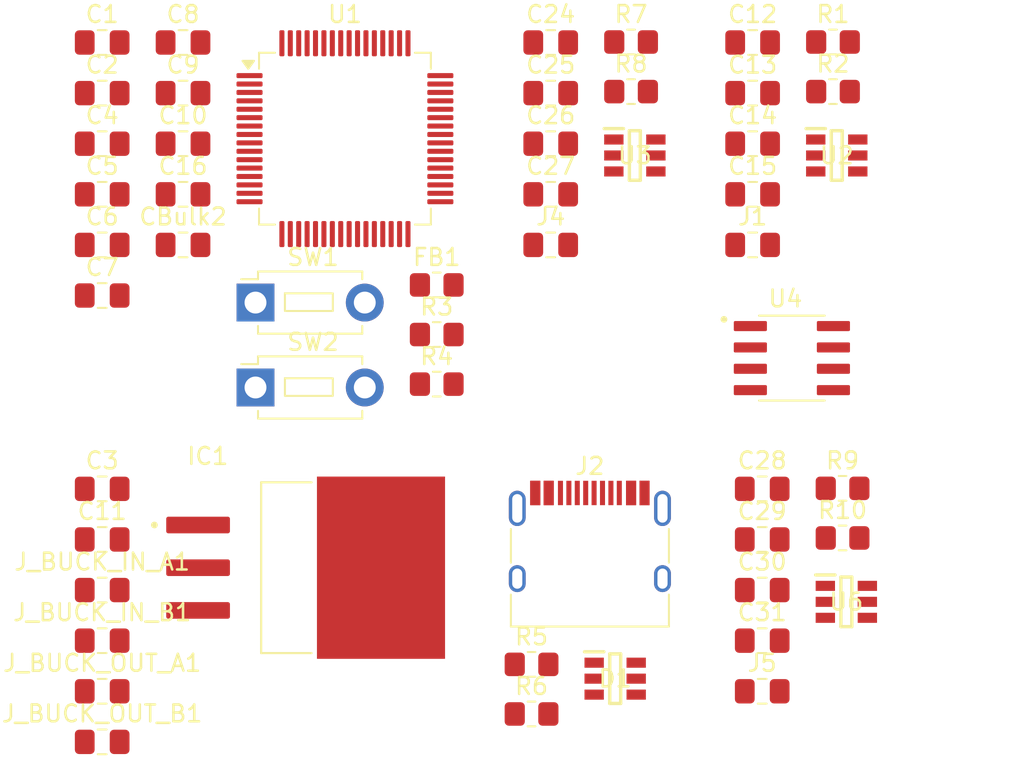
<source format=kicad_pcb>
(kicad_pcb (version 20241229) (generator "pcbnew") (generator_version "9.0")
  (layers (0 "F.Cu" signal) (2 "B.Cu" signal) (13 "F.Paste" user) (15 "B.Paste" user) (5 "F.SilkS" user "F.Silkscreen") (7 "B.SilkS" user "B.Silkscreen") (1 "F.Mask" user) (3 "B.Mask" user) (25 "Edge.Cuts" user))
  (net 0 "")
  (net 1 "+3.3V")
  (net 2 "GND")
  (net 3 "+5V")
  (net 4 "Net-(U1-VCAP_1)")
  (net 5 "Net-(U1-VCAP_2)")
  (net 6 "+3.3VA")
  (net 7 "/Camera_left/<NO NET>")
  (net 8 "/MCU/NRST")
  (net 9 "Net-(C16-Pad2)")
  (net 10 "/Camera_right/<NO NET>")
  (net 11 "/Camera_center/<NO NET>")
  (net 13 "/usb_type_c/D-")
  (net 14 "/usb_type_c/D+")
  (net 17 "/Camera_left/CAM_UART_TX")
  (net 18 "Net-(J2-CC2)")
  (net 19 "Net-(J2-CC1)")
  (net 23 "/Camera_right/CAM_UART_TX")
  (net 25 "/Camera_center/CAM_UART_TX")
  (net 26 "/Power/VBAT")
  (net 28 "/Camera_left/CAM_L_PWN_EN")
  (net 29 "/MCU/BOOT0")
  (net 30 "/Camera_right/CAM_R_PWN_EN")
  (net 31 "/Camera_center/CAM_C_PWN_EN")
  (net 33 "/MCU/CAN_RX_2")
  (net 35 "/MCU/CAM_R_PWN_EN")
  (net 41 "/MCU/CAM_L_PWN_EN")
  (net 44 "/MCU/UART_DEBUG_TX")
  (net 49 "/MCU/UART_DEBUG_RX")
  (net 53 "/MCU/CAM_UART_TX")
  (net 54 "/MCU/CAN_TX_2")
  (net 71 "/MCU/D+")
  (net 76 "/MCU/D-")
  (net 80 "/MCU/VBUS")
  (net 82 "/MCU/CAM_C_PWN_EN")
  (net 86 "+3V3")
  (net 87 "/Can_transceiver/CANL")
  (net 88 "/Can_transceiver/CAN_RX_2")
  (net 89 "/Can_transceiver/CANH")
  (net 90 "/Can_transceiver/CAN_TX_2")
  (footprint "Capacitor_SMD:C_0805_2012Metric_Pad1.18x1.45mm_HandSolder" (layer "F.Cu") (at 161.3925 79.44)
    (property "Reference" "C15" (at 0 -1.68 0) (layer "F.SilkS"))
    (property "Value" ".1u")
    (pad "1" smd roundrect (at -1.0375 0) (size 1.175 1.45) (layers "F.Cu" "F.Mask" "F.Paste") (roundrect_rratio 0.212766) (net 7 "/Camera_left/<NO NET>"))
    (pad "2" smd roundrect (at 1.0375 0) (size 1.175 1.45) (layers "F.Cu" "F.Mask" "F.Paste") (roundrect_rratio 0.212766) (net 2 "GND"))
  )
  (footprint "Capacitor_SMD:C_0805_2012Metric_Pad1.18x1.45mm_HandSolder" (layer "F.Cu") (at 127.5125 73.42)
    (property "Reference" "C9" (at 0 -1.68 0) (layer "F.SilkS"))
    (property "Value" "1u")
    (pad "1" smd roundrect (at -1.0375 0) (size 1.175 1.45) (layers "F.Cu" "F.Mask" "F.Paste") (roundrect_rratio 0.212766) (net 2 "GND"))
    (pad "2" smd roundrect (at 1.0375 0) (size 1.175 1.45) (layers "F.Cu" "F.Mask" "F.Paste") (roundrect_rratio 0.212766) (net 6 "+3.3VA"))
  )
  (footprint "Capacitor_SMD:C_0805_2012Metric_Pad1.18x1.45mm_HandSolder" (layer "F.Cu") (at 127.5125 76.43)
    (property "Reference" "C10" (at 0 -1.68 0) (layer "F.SilkS"))
    (property "Value" "10u")
    (pad "1" smd roundrect (at -1.0375 0) (size 1.175 1.45) (layers "F.Cu" "F.Mask" "F.Paste") (roundrect_rratio 0.212766) (net 2 "GND"))
    (pad "2" smd roundrect (at 1.0375 0) (size 1.175 1.45) (layers "F.Cu" "F.Mask" "F.Paste") (roundrect_rratio 0.212766) (net 6 "+3.3VA"))
  )
  (footprint "Resistor_SMD:R_0805_2012Metric_Pad1.20x1.40mm_HandSolder" (layer "F.Cu") (at 166.1725 70.38)
    (property "Reference" "R1" (at 0 -1.65 0) (layer "F.SilkS"))
    (property "Value" "22k")
    (pad "1" smd roundrect (at -1 0) (size 1.2 1.4) (layers "F.Cu" "F.Mask" "F.Paste") (roundrect_rratio 0.208333) (net 17 "/Camera_left/CAM_UART_TX"))
    (pad "2" smd roundrect (at 1 0) (size 1.2 1.4) (layers "F.Cu" "F.Mask" "F.Paste") (roundrect_rratio 0.208333) (net 2 "GND"))
  )
  (footprint "Resistor_SMD:R_0805_2012Metric_Pad1.20x1.40mm_HandSolder" (layer "F.Cu") (at 154.1625 70.38)
    (property "Reference" "R7" (at 0 -1.65 0) (layer "F.SilkS"))
    (property "Value" "100k")
    (pad "1" smd roundrect (at -1 0) (size 1.2 1.4) (layers "F.Cu" "F.Mask" "F.Paste") (roundrect_rratio 0.208333) (net 30 "/Camera_right/CAM_R_PWN_EN"))
    (pad "2" smd roundrect (at 1 0) (size 1.2 1.4) (layers "F.Cu" "F.Mask" "F.Paste") (roundrect_rratio 0.208333) (net 1 "+3.3V"))
  )
  (footprint "Capacitor_SMD:C_0805_2012Metric_Pad1.18x1.45mm_HandSolder" (layer "F.Cu") (at 122.7025 79.44)
    (property "Reference" "C5" (at 0 -1.68 0) (layer "F.SilkS"))
    (property "Value" "100nf")
    (pad "1" smd roundrect (at -1.0375 0) (size 1.175 1.45) (layers "F.Cu" "F.Mask" "F.Paste") (roundrect_rratio 0.212766) (net 1 "+3.3V"))
    (pad "2" smd roundrect (at 1.0375 0) (size 1.175 1.45) (layers "F.Cu" "F.Mask" "F.Paste") (roundrect_rratio 0.212766) (net 2 "GND"))
  )
  (footprint "Resistor_SMD:R_0805_2012Metric_Pad1.20x1.40mm_HandSolder" (layer "F.Cu") (at 148.2425 107.4)
    (property "Reference" "R5" (at 0 -1.65 0) (layer "F.SilkS"))
    (property "Value" "5.1k")
    (pad "1" smd roundrect (at -1 0) (size 1.2 1.4) (layers "F.Cu" "F.Mask" "F.Paste") (roundrect_rratio 0.208333) (net 19 "Net-(J2-CC1)"))
    (pad "2" smd roundrect (at 1 0) (size 1.2 1.4) (layers "F.Cu" "F.Mask" "F.Paste") (roundrect_rratio 0.208333) (net 2 "GND"))
  )
  (footprint "Capacitor_SMD:C_0805_2012Metric_Pad1.18x1.45mm_HandSolder" (layer "F.Cu") (at 161.3925 70.41)
    (property "Reference" "C12" (at 0 -1.68 0) (layer "F.SilkS"))
    (property "Value" "1u")
    (pad "1" smd roundrect (at -1.0375 0) (size 1.175 1.45) (layers "F.Cu" "F.Mask" "F.Paste") (roundrect_rratio 0.212766) (net 3 "+5V"))
    (pad "2" smd roundrect (at 1.0375 0) (size 1.175 1.45) (layers "F.Cu" "F.Mask" "F.Paste") (roundrect_rratio 0.212766) (net 2 "GND"))
  )
  (footprint "myFootprints:SOT95P280X145-6N" (layer "F.Cu") (at 154.3875 77.13)
    (property "Reference" "U3" (at 0 0 0) (layer "F.SilkS"))
    (property "Value" "TPS22917DBVR")
    (pad "1" smd rect (at -1.25 -0.95) (size 1.15 0.6) (layers "F.Cu" "F.Mask" "F.Paste") (net 3 "+5V"))
    (pad "2" smd rect (at -1.25 0) (size 1.15 0.6) (layers "F.Cu" "F.Mask" "F.Paste") (net 2 "GND"))
    (pad "3" smd rect (at -1.25 0.95) (size 1.15 0.6) (layers "F.Cu" "F.Mask" "F.Paste") (net 30 "/Camera_right/CAM_R_PWN_EN"))
    (pad "4" smd rect (at 1.25 0.95) (size 1.15 0.6) (layers "F.Cu" "F.Mask" "F.Paste"))
    (pad "5" smd rect (at 1.25 0) (size 1.15 0.6) (layers "F.Cu" "F.Mask" "F.Paste") (net 10 "/Camera_right/<NO NET>"))
    (pad "6" smd rect (at 1.25 -0.95) (size 1.15 0.6) (layers "F.Cu" "F.Mask" "F.Paste") (net 10 "/Camera_right/<NO NET>"))
  )
  (footprint "Capacitor_SMD:C_0805_2012Metric_Pad1.18x1.45mm_HandSolder" (layer "F.Cu") (at 122.7025 112.01)
    (property "Reference" "J_BUCK_OUT_B1" (at 0 -1.68 0) (layer "F.SilkS"))
    (property "Value" "~")
    (pad "1" smd roundrect (at -1.0375 0) (size 1.175 1.45) (layers "F.Cu" "F.Mask" "F.Paste") (roundrect_rratio 0.212766) (net 3 "+5V"))
    (pad "2" smd roundrect (at 1.0375 0) (size 1.175 1.45) (layers "F.Cu" "F.Mask" "F.Paste") (roundrect_rratio 0.212766))
  )
  (footprint "Capacitor_SMD:C_0805_2012Metric_Pad1.18x1.45mm_HandSolder" (layer "F.Cu") (at 127.5125 82.45)
    (property "Reference" "CBulk2" (at 0 -1.68 0) (layer "F.SilkS"))
    (property "Value" "4.7u")
    (pad "1" smd roundrect (at -1.0375 0) (size 1.175 1.45) (layers "F.Cu" "F.Mask" "F.Paste") (roundrect_rratio 0.212766) (net 1 "+3.3V"))
    (pad "2" smd roundrect (at 1.0375 0) (size 1.175 1.45) (layers "F.Cu" "F.Mask" "F.Paste") (roundrect_rratio 0.212766) (net 2 "GND"))
  )
  (footprint "Capacitor_SMD:C_0805_2012Metric_Pad1.18x1.45mm_HandSolder" (layer "F.Cu") (at 122.7025 109)
    (property "Reference" "J_BUCK_OUT_A1" (at 0 -1.68 0) (layer "F.SilkS"))
    (property "Value" "~")
    (pad "1" smd roundrect (at -1.0375 0) (size 1.175 1.45) (layers "F.Cu" "F.Mask" "F.Paste") (roundrect_rratio 0.212766) (net 3 "+5V"))
    (pad "2" smd roundrect (at 1.0375 0) (size 1.175 1.45) (layers "F.Cu" "F.Mask" "F.Paste") (roundrect_rratio 0.212766) (net 2 "GND"))
  )
  (footprint "Capacitor_SMD:C_0805_2012Metric_Pad1.18x1.45mm_HandSolder" (layer "F.Cu") (at 161.9625 109)
    (property "Reference" "J5" (at 0 -1.68 0) (layer "F.SilkS"))
    (property "Value" "Runcam Split 4 v2")
    (pad "1" smd roundrect (at -1.0375 0) (size 1.175 1.45) (layers "F.Cu" "F.Mask" "F.Paste") (roundrect_rratio 0.212766) (net 25 "/Camera_center/CAM_UART_TX"))
    (pad "2" smd roundrect (at 1.0375 0) (size 1.175 1.45) (layers "F.Cu" "F.Mask" "F.Paste") (roundrect_rratio 0.212766))
  )
  (footprint "Capacitor_SMD:C_0805_2012Metric_Pad1.18x1.45mm_HandSolder" (layer "F.Cu") (at 122.7025 99.97)
    (property "Reference" "C11" (at 0 -1.68 0) (layer "F.SilkS"))
    (property "Value" "33u")
    (pad "1" smd roundrect (at -1.0375 0) (size 1.175 1.45) (layers "F.Cu" "F.Mask" "F.Paste") (roundrect_rratio 0.212766) (net 1 "+3.3V"))
    (pad "2" smd roundrect (at 1.0375 0) (size 1.175 1.45) (layers "F.Cu" "F.Mask" "F.Paste") (roundrect_rratio 0.212766) (net 2 "GND"))
  )
  (footprint "Capacitor_SMD:C_0805_2012Metric_Pad1.18x1.45mm_HandSolder" (layer "F.Cu") (at 149.3825 79.44)
    (property "Reference" "C27" (at 0 -1.68 0) (layer "F.SilkS"))
    (property "Value" ".1u")
    (pad "1" smd roundrect (at -1.0375 0) (size 1.175 1.45) (layers "F.Cu" "F.Mask" "F.Paste") (roundrect_rratio 0.212766) (net 10 "/Camera_right/<NO NET>"))
    (pad "2" smd roundrect (at 1.0375 0) (size 1.175 1.45) (layers "F.Cu" "F.Mask" "F.Paste") (roundrect_rratio 0.212766) (net 2 "GND"))
  )
  (footprint "Connector_USB:USB_C_Receptacle_HRO_TYPE-C-31-M-12" (layer "F.Cu") (at 151.7125 101.25)
    (property "Reference" "J2" (at 0 -5.645 0) (layer "F.SilkS"))
    (property "Value" "USB_C_Receptacle")
    (pad "" np_thru_hole circle (at -2.89 -2.6) (size 0.65 0.65) (drill 0.65) (layers "*.Cu" "*.Mask"))
    (pad "" np_thru_hole circle (at 2.89 -2.6) (size 0.65 0.65) (drill 0.65) (layers "*.Cu" "*.Mask"))
    (pad "A1" smd rect (at -3.25 -4.045) (size 0.6 1.45) (layers "F.Cu" "F.Mask" "F.Paste") (net 2 "GND"))
    (pad "A4" smd rect (at -2.45 -4.045) (size 0.6 1.45) (layers "F.Cu" "F.Mask" "F.Paste") (net 3 "+5V"))
    (pad "A5" smd rect (at -1.25 -4.045) (size 0.3 1.45) (layers "F.Cu" "F.Mask" "F.Paste") (net 19 "Net-(J2-CC1)"))
    (pad "A6" smd rect (at -0.25 -4.045) (size 0.3 1.45) (layers "F.Cu" "F.Mask" "F.Paste") (net 14 "/usb_type_c/D+"))
    (pad "A7" smd rect (at 0.25 -4.045) (size 0.3 1.45) (layers "F.Cu" "F.Mask" "F.Paste") (net 13 "/usb_type_c/D-"))
    (pad "A8" smd rect (at 1.25 -4.045) (size 0.3 1.45) (layers "F.Cu" "F.Mask" "F.Paste"))
    (pad "A9" smd rect (at 2.45 -4.045) (size 0.6 1.45) (layers "F.Cu" "F.Mask" "F.Paste") (net 3 "+5V"))
    (pad "A12" smd rect (at 3.25 -4.045) (size 0.6 1.45) (layers "F.Cu" "F.Mask" "F.Paste") (net 2 "GND"))
    (pad "B1" smd rect (at 3.25 -4.045) (size 0.6 1.45) (layers "F.Cu" "F.Mask" "F.Paste") (net 2 "GND"))
    (pad "B4" smd rect (at 2.45 -4.045) (size 0.6 1.45) (layers "F.Cu" "F.Mask" "F.Paste") (net 3 "+5V"))
    (pad "B5" smd rect (at 1.75 -4.045) (size 0.3 1.45) (layers "F.Cu" "F.Mask" "F.Paste") (net 18 "Net-(J2-CC2)"))
    (pad "B6" smd rect (at 0.75 -4.045) (size 0.3 1.45) (layers "F.Cu" "F.Mask" "F.Paste") (net 14 "/usb_type_c/D+"))
    (pad "B7" smd rect (at -0.75 -4.045) (size 0.3 1.45) (layers "F.Cu" "F.Mask" "F.Paste") (net 13 "/usb_type_c/D-"))
    (pad "B8" smd rect (at -1.75 -4.045) (size 0.3 1.45) (layers "F.Cu" "F.Mask" "F.Paste"))
    (pad "B9" smd rect (at -2.45 -4.045) (size 0.6 1.45) (layers "F.Cu" "F.Mask" "F.Paste") (net 3 "+5V"))
    (pad "B12" smd rect (at -3.25 -4.045) (size 0.6 1.45) (layers "F.Cu" "F.Mask" "F.Paste") (net 2 "GND"))
    (pad "S1" thru_hole oval (at -4.32 -3.13) (size 1 2.1) (drill oval 0.6 1.7) (property pad_prop_heatsink) (layers "*.Cu" "*.Mask") (net 2 "GND"))
    (pad "S1" thru_hole oval (at -4.32 1.05) (size 1 1.6) (drill oval 0.6 1.2) (property pad_prop_heatsink) (layers "*.Cu" "*.Mask") (net 2 "GND"))
    (pad "S1" thru_hole oval (at 4.32 -3.13) (size 1 2.1) (drill oval 0.6 1.7) (property pad_prop_heatsink) (layers "*.Cu" "*.Mask") (net 2 "GND"))
    (pad "S1" thru_hole oval (at 4.32 1.05) (size 1 1.6) (drill oval 0.6 1.2) (property pad_prop_heatsink) (layers "*.Cu" "*.Mask") (net 2 "GND"))
  )
  (footprint "Capacitor_SMD:C_0805_2012Metric_Pad1.18x1.45mm_HandSolder" (layer "F.Cu") (at 149.3825 76.43)
    (property "Reference" "C26" (at 0 -1.68 0) (layer "F.SilkS"))
    (property "Value" "47u")
    (pad "1" smd roundrect (at -1.0375 0) (size 1.175 1.45) (layers "F.Cu" "F.Mask" "F.Paste") (roundrect_rratio 0.212766) (net 10 "/Camera_right/<NO NET>"))
    (pad "2" smd roundrect (at 1.0375 0) (size 1.175 1.45) (layers "F.Cu" "F.Mask" "F.Paste") (roundrect_rratio 0.212766) (net 2 "GND"))
  )
  (footprint "Resistor_SMD:R_0805_2012Metric_Pad1.20x1.40mm_HandSolder" (layer "F.Cu") (at 142.6025 84.83)
    (property "Reference" "FB1" (at 0 -1.65 0) (layer "F.SilkS"))
    (property "Value" "FerriteBead")
    (pad "1" smd roundrect (at -1 0) (size 1.2 1.4) (layers "F.Cu" "F.Mask" "F.Paste") (roundrect_rratio 0.208333) (net 1 "+3.3V"))
    (pad "2" smd roundrect (at 1 0) (size 1.2 1.4) (layers "F.Cu" "F.Mask" "F.Paste") (roundrect_rratio 0.208333) (net 6 "+3.3VA"))
  )
  (footprint "Capacitor_SMD:C_0805_2012Metric_Pad1.18x1.45mm_HandSolder" (layer "F.Cu") (at 161.9625 102.98)
    (property "Reference" "C30" (at 0 -1.68 0) (layer "F.SilkS"))
    (property "Value" "47u")
    (pad "1" smd roundrect (at -1.0375 0) (size 1.175 1.45) (layers "F.Cu" "F.Mask" "F.Paste") (roundrect_rratio 0.212766) (net 11 "/Camera_center/<NO NET>"))
    (pad "2" smd roundrect (at 1.0375 0) (size 1.175 1.45) (layers "F.Cu" "F.Mask" "F.Paste") (roundrect_rratio 0.212766) (net 2 "GND"))
  )
  (footprint "Capacitor_SMD:C_0805_2012Metric_Pad1.18x1.45mm_HandSolder" (layer "F.Cu") (at 161.3925 82.45)
    (property "Reference" "J1" (at 0 -1.68 0) (layer "F.SilkS"))
    (property "Value" "Runcam Split 4 v2")
    (pad "1" smd roundrect (at -1.0375 0) (size 1.175 1.45) (layers "F.Cu" "F.Mask" "F.Paste") (roundrect_rratio 0.212766) (net 17 "/Camera_left/CAM_UART_TX"))
    (pad "2" smd roundrect (at 1.0375 0) (size 1.175 1.45) (layers "F.Cu" "F.Mask" "F.Paste") (roundrect_rratio 0.212766))
  )
  (footprint "Resistor_SMD:R_0805_2012Metric_Pad1.20x1.40mm_HandSolder" (layer "F.Cu") (at 154.1625 73.33)
    (property "Reference" "R8" (at 0 -1.65 0) (layer "F.SilkS"))
    (property "Value" "1k")
    (pad "1" smd roundrect (at -1 0) (size 1.2 1.4) (layers "F.Cu" "F.Mask" "F.Paste") (roundrect_rratio 0.208333) (net 23 "/Camera_right/CAM_UART_TX"))
    (pad "2" smd roundrect (at 1 0) (size 1.2 1.4) (layers "F.Cu" "F.Mask" "F.Paste") (roundrect_rratio 0.208333) (net 2 "GND"))
  )
  (footprint "Capacitor_SMD:C_0805_2012Metric_Pad1.18x1.45mm_HandSolder" (layer "F.Cu") (at 127.5125 70.41)
    (property "Reference" "C8" (at 0 -1.68 0) (layer "F.SilkS"))
    (property "Value" "2.2u")
    (pad "1" smd roundrect (at -1.0375 0) (size 1.175 1.45) (layers "F.Cu" "F.Mask" "F.Paste") (roundrect_rratio 0.212766) (net 5 "Net-(U1-VCAP_2)"))
    (pad "2" smd roundrect (at 1.0375 0) (size 1.175 1.45) (layers "F.Cu" "F.Mask" "F.Paste") (roundrect_rratio 0.212766) (net 2 "GND"))
  )
  (footprint "myFootprints:SOT95P280X145-6N" (layer "F.Cu") (at 166.9675 103.68)
    (property "Reference" "U6" (at 0 0 0) (layer "F.SilkS"))
    (property "Value" "TPS22917DBVR")
    (pad "1" smd rect (at -1.25 -0.95) (size 1.15 0.6) (layers "F.Cu" "F.Mask" "F.Paste") (net 3 "+5V"))
    (pad "2" smd rect (at -1.25 0) (size 1.15 0.6) (layers "F.Cu" "F.Mask" "F.Paste") (net 2 "GND"))
    (pad "3" smd rect (at -1.25 0.95) (size 1.15 0.6) (layers "F.Cu" "F.Mask" "F.Paste") (net 31 "/Camera_center/CAM_C_PWN_EN"))
    (pad "4" smd rect (at 1.25 0.95) (size 1.15 0.6) (layers "F.Cu" "F.Mask" "F.Paste"))
    (pad "5" smd rect (at 1.25 0) (size 1.15 0.6) (layers "F.Cu" "F.Mask" "F.Paste") (net 11 "/Camera_center/<NO NET>"))
    (pad "6" smd rect (at 1.25 -0.95) (size 1.15 0.6) (layers "F.Cu" "F.Mask" "F.Paste") (net 11 "/Camera_center/<NO NET>"))
  )
  (footprint "Capacitor_SMD:C_0805_2012Metric_Pad1.18x1.45mm_HandSolder" (layer "F.Cu") (at 122.7025 73.42)
    (property "Reference" "C2" (at 0 -1.68 0) (layer "F.SilkS"))
    (property "Value" "100nf")
    (pad "1" smd roundrect (at -1.0375 0) (size 1.175 1.45) (layers "F.Cu" "F.Mask" "F.Paste") (roundrect_rratio 0.212766) (net 1 "+3.3V"))
    (pad "2" smd roundrect (at 1.0375 0) (size 1.175 1.45) (layers "F.Cu" "F.Mask" "F.Paste") (roundrect_rratio 0.212766) (net 2 "GND"))
  )
  (footprint "myFootprints:TO254P1524X483-4N" (layer "F.Cu") (at 134.8075 101.65)
    (property "Reference" "IC1" (at -5.825 -6.635 0) (layer "F.SilkS"))
    (property "Value" "LM3940IS-3.3_NOPB")
    (pad "1" smd roundrect (at -6.4 -2.54) (size 3.79 0.99) (layers "F.Cu" "F.Mask" "F.Paste") (roundrect_rratio 0.125) (net 3 "+5V"))
    (pad "2" smd roundrect (at -6.4 0) (size 3.79 0.99) (layers "F.Cu" "F.Mask" "F.Paste") (roundrect_rratio 0.125) (net 2 "GND"))
    (pad "3" smd roundrect (at -6.4 2.54) (size 3.79 0.99) (layers "F.Cu" "F.Mask" "F.Paste") (roundrect_rratio 0.125) (net 1 "+3.3V"))
    (pad "4" smd rect (at 4.48 0) (size 7.62 10.84) (layers "F.Cu" "F.Mask"))
  )
  (footprint "Capacitor_SMD:C_0805_2012Metric_Pad1.18x1.45mm_HandSolder" (layer "F.Cu") (at 149.3825 73.42)
    (property "Reference" "C25" (at 0 -1.68 0) (layer "F.SilkS"))
    (property "Value" "1u")
    (pad "1" smd roundrect (at -1.0375 0) (size 1.175 1.45) (layers "F.Cu" "F.Mask" "F.Paste") (roundrect_rratio 0.212766) (net 10 "/Camera_right/<NO NET>"))
    (pad "2" smd roundrect (at 1.0375 0) (size 1.175 1.45) (layers "F.Cu" "F.Mask" "F.Paste") (roundrect_rratio 0.212766) (net 2 "GND"))
  )
  (footprint "Capacitor_SMD:C_0805_2012Metric_Pad1.18x1.45mm_HandSolder" (layer "F.Cu") (at 161.3925 73.42)
    (property "Reference" "C13" (at 0 -1.68 0) (layer "F.SilkS"))
    (property "Value" "47u")
    (pad "1" smd roundrect (at -1.0375 0) (size 1.175 1.45) (layers "F.Cu" "F.Mask" "F.Paste") (roundrect_rratio 0.212766) (net 7 "/Camera_left/<NO NET>"))
    (pad "2" smd roundrect (at 1.0375 0) (size 1.175 1.45) (layers "F.Cu" "F.Mask" "F.Paste") (roundrect_rratio 0.212766) (net 2 "GND"))
  )
  (footprint "Capacitor_SMD:C_0805_2012Metric_Pad1.18x1.45mm_HandSolder" (layer "F.Cu") (at 122.7025 105.99)
    (property "Reference" "J_BUCK_IN_B1" (at 0 -1.68 0) (layer "F.SilkS"))
    (property "Value" "~")
    (pad "1" smd roundrect (at -1.0375 0) (size 1.175 1.45) (layers "F.Cu" "F.Mask" "F.Paste") (roundrect_rratio 0.212766) (net 26 "/Power/VBAT"))
    (pad "2" smd roundrect (at 1.0375 0) (size 1.175 1.45) (layers "F.Cu" "F.Mask" "F.Paste") (roundrect_rratio 0.212766) (net 2 "GND"))
  )
  (footprint "Capacitor_SMD:C_0805_2012Metric_Pad1.18x1.45mm_HandSolder" (layer "F.Cu") (at 122.7025 102.98)
    (property "Reference" "J_BUCK_IN_A1" (at 0 -1.68 0) (layer "F.SilkS"))
    (property "Value" "~")
    (pad "1" smd roundrect (at -1.0375 0) (size 1.175 1.45) (layers "F.Cu" "F.Mask" "F.Paste") (roundrect_rratio 0.212766) (net 26 "/Power/VBAT"))
    (pad "2" smd roundrect (at 1.0375 0) (size 1.175 1.45) (layers "F.Cu" "F.Mask" "F.Paste") (roundrect_rratio 0.212766) (net 2 "GND"))
  )
  (footprint "Resistor_SMD:R_0805_2012Metric_Pad1.20x1.40mm_HandSolder" (layer "F.Cu") (at 142.6025 87.78)
    (property "Reference" "R3" (at 0 -1.65 0) (layer "F.SilkS"))
    (property "Value" "100k")
    (pad "1" smd roundrect (at -1 0) (size 1.2 1.4) (layers "F.Cu" "F.Mask" "F.Paste") (roundrect_rratio 0.208333) (net 2 "GND"))
    (pad "2" smd roundrect (at 1 0) (size 1.2 1.4) (layers "F.Cu" "F.Mask" "F.Paste") (roundrect_rratio 0.208333) (net 29 "/MCU/BOOT0"))
  )
  (footprint "Capacitor_SMD:C_0805_2012Metric_Pad1.18x1.45mm_HandSolder" (layer "F.Cu") (at 122.7025 96.96)
    (property "Reference" "C3" (at 0 -1.68 0) (layer "F.SilkS"))
    (property "Value" ".47u")
    (pad "1" smd roundrect (at -1.0375 0) (size 1.175 1.45) (layers "F.Cu" "F.Mask" "F.Paste") (roundrect_rratio 0.212766) (net 3 "+5V"))
    (pad "2" smd roundrect (at 1.0375 0) (size 1.175 1.45) (layers "F.Cu" "F.Mask" "F.Paste") (roundrect_rratio 0.212766) (net 2 "GND"))
  )
  (footprint "myFootprints:SOT95P280X145-6N" (layer "F.Cu") (at 153.2175 108.25)
    (property "Reference" "D1" (at 0 0 0) (layer "F.SilkS"))
    (property "Value" "SRV05-4.TCT")
    (pad "1" smd rect (at -1.25 -0.95) (size 1.15 0.6) (layers "F.Cu" "F.Mask" "F.Paste") (net 14 "/usb_type_c/D+"))
    (pad "2" smd rect (at -1.25 0) (size 1.15 0.6) (layers "F.Cu" "F.Mask" "F.Paste") (net 2 "GND"))
    (pad "3" smd rect (at -1.25 0.95) (size 1.15 0.6) (layers "F.Cu" "F.Mask" "F.Paste") (net 13 "/usb_type_c/D-"))
    (pad "4" smd rect (at 1.25 0.95) (size 1.15 0.6) (layers "F.Cu" "F.Mask" "F.Paste"))
    (pad "5" smd rect (at 1.25 0) (size 1.15 0.6) (layers "F.Cu" "F.Mask" "F.Paste") (net 3 "+5V"))
    (pad "6" smd rect (at 1.25 -0.95) (size 1.15 0.6) (layers "F.Cu" "F.Mask" "F.Paste"))
  )
  (footprint "myFootprints:SOIC127P599X175-8N" (layer "F.Cu") (at 163.7275 89.1825)
    (property "Reference" "U4" (at -0.385 -3.537 0) (layer "F.SilkS"))
    (property "Value" "SN65HVD230DR")
    (pad "1" smd roundrect (at -2.47 -1.905) (size 1.97 0.6) (layers "F.Cu" "F.Mask" "F.Paste") (roundrect_rratio 0.125) (net 90 "/Can_transceiver/CAN_TX_2"))
    (pad "2" smd roundrect (at -2.47 -0.635) (size 1.97 0.6) (layers "F.Cu" "F.Mask" "F.Paste") (roundrect_rratio 0.125) (net 2 "GND"))
    (pad "3" smd roundrect (at -2.47 0.635) (size 1.97 0.6) (layers "F.Cu" "F.Mask" "F.Paste") (roundrect_rratio 0.125) (net 86 "+3V3"))
    (pad "4" smd roundrect (at -2.47 1.905) (size 1.97 0.6) (layers "F.Cu" "F.Mask" "F.Paste") (roundrect_rratio 0.125) (net 88 "/Can_transceiver/CAN_RX_2"))
    (pad "5" smd roundrect (at 2.47 1.905) (size 1.97 0.6) (layers "F.Cu" "F.Mask" "F.Paste") (roundrect_rratio 0.125))
    (pad "6" smd roundrect (at 2.47 0.635) (size 1.97 0.6) (layers "F.Cu" "F.Mask" "F.Paste") (roundrect_rratio 0.125) (net 87 "/Can_transceiver/CANL"))
    (pad "7" smd roundrect (at 2.47 -0.635) (size 1.97 0.6) (layers "F.Cu" "F.Mask" "F.Paste") (roundrect_rratio 0.125) (net 89 "/Can_transceiver/CANH"))
    (pad "8" smd roundrect (at 2.47 -1.905) (size 1.97 0.6) (layers "F.Cu" "F.Mask" "F.Paste") (roundrect_rratio 0.125) (net 2 "GND"))
  )
  (footprint "Capacitor_SMD:C_0805_2012Metric_Pad1.18x1.45mm_HandSolder" (layer "F.Cu") (at 127.5125 79.44)
    (property "Reference" "C16" (at 0 -1.68 0) (layer "F.SilkS"))
    (property "Value" "100nf")
    (pad "1" smd roundrect (at -1.0375 0) (size 1.175 1.45) (layers "F.Cu" "F.Mask" "F.Paste") (roundrect_rratio 0.212766) (net 8 "/MCU/NRST"))
    (pad "2" smd roundrect (at 1.0375 0) (size 1.175 1.45) (layers "F.Cu" "F.Mask" "F.Paste") (roundrect_rratio 0.212766) (net 9 "Net-(C16-Pad2)"))
  )
  (footprint "Capacitor_SMD:C_0805_2012Metric_Pad1.18x1.45mm_HandSolder" (layer "F.Cu") (at 122.7025 82.45)
    (property "Reference" "C6" (at 0 -1.68 0) (layer "F.SilkS"))
    (property "Value" "100nf")
    (pad "1" smd roundrect (at -1.0375 0) (size 1.175 1.45) (layers "F.Cu" "F.Mask" "F.Paste") (roundrect_rratio 0.212766) (net 1 "+3.3V"))
    (pad "2" smd roundrect (at 1.0375 0) (size 1.175 1.45) (layers "F.Cu" "F.Mask" "F.Paste") (roundrect_rratio 0.212766) (net 2 "GND"))
  )
  (footprint "Capacitor_SMD:C_0805_2012Metric_Pad1.18x1.45mm_HandSolder" (layer "F.Cu") (at 149.3825 70.41)
    (property "Reference" "C24" (at 0 -1.68 0) (layer "F.SilkS"))
    (property "Value" "1u")
    (pad "1" smd roundrect (at -1.0375 0) (size 1.175 1.45) (layers "F.Cu" "F.Mask" "F.Paste") (roundrect_rratio 0.212766) (net 3 "+5V"))
    (pad "2" smd roundrect (at 1.0375 0) (size 1.175 1.45) (layers "F.Cu" "F.Mask" "F.Paste") (roundrect_rratio 0.212766) (net 2 "GND"))
  )
  (footprint "Capacitor_SMD:C_0805_2012Metric_Pad1.18x1.45mm_HandSolder" (layer "F.Cu") (at 161.9625 96.96)
    (property "Reference" "C28" (at 0 -1.68 0) (layer "F.SilkS"))
    (property "Value" "1u")
    (pad "1" smd roundrect (at -1.0375 0) (size 1.175 1.45) (layers "F.Cu" "F.Mask" "F.Paste") (roundrect_rratio 0.212766) (net 3 "+5V"))
    (pad "2" smd roundrect (at 1.0375 0) (size 1.175 1.45) (layers "F.Cu" "F.Mask" "F.Paste") (roundrect_rratio 0.212766) (net 2 "GND"))
  )
  (footprint "Capacitor_SMD:C_0805_2012Metric_Pad1.18x1.45mm_HandSolder" (layer "F.Cu") (at 161.3925 76.43)
    (property "Reference" "C14" (at 0 -1.68 0) (layer "F.SilkS"))
    (property "Value" "1u")
    (pad "1" smd roundrect (at -1.0375 0) (size 1.175 1.45) (layers "F.Cu" "F.Mask" "F.Paste") (roundrect_rratio 0.212766) (net 7 "/Camera_left/<NO NET>"))
    (pad "2" smd roundrect (at 1.0375 0) (size 1.175 1.45) (layers "F.Cu" "F.Mask" "F.Paste") (roundrect_rratio 0.212766) (net 2 "GND"))
  )
  (footprint "Capacitor_SMD:C_0805_2012Metric_Pad1.18x1.45mm_HandSolder" (layer "F.Cu") (at 122.7025 85.46)
    (property "Reference" "C7" (at 0 -1.68 0) (layer "F.SilkS"))
    (property "Value" "2.2u")
    (pad "1" smd roundrect (at -1.0375 0) (size 1.175 1.45) (layers "F.Cu" "F.Mask" "F.Paste") (roundrect_rratio 0.212766) (net 4 "Net-(U1-VCAP_1)"))
    (pad "2" smd roundrect (at 1.0375 0) (size 1.175 1.45) (layers "F.Cu" "F.Mask" "F.Paste") (roundrect_rratio 0.212766) (net 2 "GND"))
  )
  (footprint "Resistor_SMD:R_0805_2012Metric_Pad1.20x1.40mm_HandSolder" (layer "F.Cu") (at 166.7425 96.93)
    (property "Reference" "R9" (at 0 -1.65 0) (layer "F.SilkS"))
    (property "Value" "100k")
    (pad "1" smd roundrect (at -1 0) (size 1.2 1.4) (layers "F.Cu" "F.Mask" "F.Paste") (roundrect_rratio 0.208333) (net 31 "/Camera_center/CAM_C_PWN_EN"))
    (pad "2" smd roundrect (at 1 0) (size 1.2 1.4) (layers "F.Cu" "F.Mask" "F.Paste") (roundrect_rratio 0.208333) (net 1 "+3.3V"))
  )
  (footprint "Resistor_SMD:R_0805_2012Metric_Pad1.20x1.40mm_HandSolder" (layer "F.Cu") (at 142.6025 90.73)
    (property "Reference" "R4" (at 0 -1.65 0) (layer "F.SilkS"))
    (property "Value" "10k")
    (pad "1" smd roundrect (at -1 0) (size 1.2 1.4) (layers "F.Cu" "F.Mask" "F.Paste") (roundrect_rratio 0.208333) (net 1 "+3.3V"))
    (pad "2" smd roundrect (at 1 0) (size 1.2 1.4) (layers "F.Cu" "F.Mask" "F.Paste") (roundrect_rratio 0.208333) (net 8 "/MCU/NRST"))
  )
  (footprint "Capacitor_SMD:C_0805_2012Metric_Pad1.18x1.45mm_HandSolder" (layer "F.Cu") (at 149.3825 82.45)
    (property "Reference" "J4" (at 0 -1.68 0) (layer "F.SilkS"))
    (property "Value" "Runcam Split 4 v2")
    (pad "1" smd roundrect (at -1.0375 0) (size 1.175 1.45) (layers "F.Cu" "F.Mask" "F.Paste") (roundrect_rratio 0.212766) (net 23 "/Camera_right/CAM_UART_TX"))
    (pad "2" smd roundrect (at 1.0375 0) (size 1.175 1.45) (layers "F.Cu" "F.Mask" "F.Paste") (roundrect_rratio 0.212766))
  )
  (footprint "Resistor_SMD:R_0805_2012Metric_Pad1.20x1.40mm_HandSolder" (layer "F.Cu") (at 166.1725 73.33)
    (property "Reference" "R2" (at 0 -1.65 0) (layer "F.SilkS"))
    (property "Value" "100k")
    (pad "1" smd roundrect (at -1 0) (size 1.2 1.4) (layers "F.Cu" "F.Mask" "F.Paste") (roundrect_rratio 0.208333) (net 28 "/Camera_left/CAM_L_PWN_EN"))
    (pad "2" smd roundrect (at 1 0) (size 1.2 1.4) (layers "F.Cu" "F.Mask" "F.Paste") (roundrect_rratio 0.208333) (net 1 "+3.3V"))
  )
  (footprint "Capacitor_SMD:C_0805_2012Metric_Pad1.18x1.45mm_HandSolder" (layer "F.Cu") (at 161.9625 105.99)
    (property "Reference" "C31" (at 0 -1.68 0) (layer "F.SilkS"))
    (property "Value" ".1u")
    (pad "1" smd roundrect (at -1.0375 0) (size 1.175 1.45) (layers "F.Cu" "F.Mask" "F.Paste") (roundrect_rratio 0.212766) (net 11 "/Camera_center/<NO NET>"))
    (pad "2" smd roundrect (at 1.0375 0) (size 1.175 1.45) (layers "F.Cu" "F.Mask" "F.Paste") (roundrect_rratio 0.212766) (net 2 "GND"))
  )
  (footprint "Capacitor_SMD:C_0805_2012Metric_Pad1.18x1.45mm_HandSolder" (layer "F.Cu") (at 122.7025 76.43)
    (property "Reference" "C4" (at 0 -1.68 0) (layer "F.SilkS"))
    (property "Value" "100nf")
    (pad "1" smd roundrect (at -1.0375 0) (size 1.175 1.45) (layers "F.Cu" "F.Mask" "F.Paste") (roundrect_rratio 0.212766) (net 1 "+3.3V"))
    (pad "2" smd roundrect (at 1.0375 0) (size 1.175 1.45) (layers "F.Cu" "F.Mask" "F.Paste") (roundrect_rratio 0.212766) (net 2 "GND"))
  )
  (footprint "Package_QFP:LQFP-64_10x10mm_P0.5mm" (layer "F.Cu") (at 137.1425 76.13)
    (property "Reference" "U1" (at 0 -7.4 0) (layer "F.SilkS"))
    (property "Value" "STM32F405RGTx")
    (pad "1" smd roundrect (at -5.675 -3.75) (size 1.55 0.3) (layers "F.Cu" "F.Mask" "F.Paste") (net 1 "+3.3V"))
    (pad "2" smd roundrect (at -5.675 -3.25) (size 1.55 0.3) (layers "F.Cu" "F.Mask" "F.Paste"))
    (pad "3" smd roundrect (at -5.675 -2.75) (size 1.55 0.3) (layers "F.Cu" "F.Mask" "F.Paste"))
    (pad "4" smd roundrect (at -5.675 -2.25) (size 1.55 0.3) (layers "F.Cu" "F.Mask" "F.Paste"))
    (pad "5" smd roundrect (at -5.675 -1.75) (size 1.55 0.3) (layers "F.Cu" "F.Mask" "F.Paste"))
    (pad "6" smd roundrect (at -5.675 -1.25) (size 1.55 0.3) (layers "F.Cu" "F.Mask" "F.Paste"))
    (pad "7" smd roundrect (at -5.675 -0.75) (size 1.55 0.3) (layers "F.Cu" "F.Mask" "F.Paste") (net 8 "/MCU/NRST"))
    (pad "8" smd roundrect (at -5.675 -0.25) (size 1.55 0.3) (layers "F.Cu" "F.Mask" "F.Paste") (net 41 "/MCU/CAM_L_PWN_EN"))
    (pad "9" smd roundrect (at -5.675 0.25) (size 1.55 0.3) (layers "F.Cu" "F.Mask" "F.Paste") (net 35 "/MCU/CAM_R_PWN_EN"))
    (pad "10" smd roundrect (at -5.675 0.75) (size 1.55 0.3) (layers "F.Cu" "F.Mask" "F.Paste") (net 82 "/MCU/CAM_C_PWN_EN"))
    (pad "11" smd roundrect (at -5.675 1.25) (size 1.55 0.3) (layers "F.Cu" "F.Mask" "F.Paste"))
    (pad "12" smd roundrect (at -5.675 1.75) (size 1.55 0.3) (layers "F.Cu" "F.Mask" "F.Paste") (net 2 "GND"))
    (pad "13" smd roundrect (at -5.675 2.25) (size 1.55 0.3) (layers "F.Cu" "F.Mask" "F.Paste") (net 1 "+3.3V"))
    (pad "14" smd roundrect (at -5.675 2.75) (size 1.55 0.3) (layers "F.Cu" "F.Mask" "F.Paste") (net 53 "/MCU/CAM_UART_TX"))
    (pad "15" smd roundrect (at -5.675 3.25) (size 1.55 0.3) (layers "F.Cu" "F.Mask" "F.Paste"))
    (pad "16" smd roundrect (at -5.675 3.75) (size 1.55 0.3) (layers "F.Cu" "F.Mask" "F.Paste"))
    (pad "17" smd roundrect (at -3.75 5.675) (size 0.3 1.55) (layers "F.Cu" "F.Mask" "F.Paste"))
    (pad "18" smd roundrect (at -3.25 5.675) (size 0.3 1.55) (layers "F.Cu" "F.Mask" "F.Paste") (net 2 "GND"))
    (pad "19" smd roundrect (at -2.75 5.675) (size 0.3 1.55) (layers "F.Cu" "F.Mask" "F.Paste") (net 1 "+3.3V"))
    (pad "20" smd roundrect (at -2.25 5.675) (size 0.3 1.55) (layers "F.Cu" "F.Mask" "F.Paste"))
    (pad "21" smd roundrect (at -1.75 5.675) (size 0.3 1.55) (layers "F.Cu" "F.Mask" "F.Paste"))
    (pad "22" smd roundrect (at -1.25 5.675) (size 0.3 1.55) (layers "F.Cu" "F.Mask" "F.Paste"))
    (pad "23" smd roundrect (at -0.75 5.675) (size 0.3 1.55) (layers "F.Cu" "F.Mask" "F.Paste"))
    (pad "24" smd roundrect (at -0.25 5.675) (size 0.3 1.55) (layers "F.Cu" "F.Mask" "F.Paste"))
    (pad "25" smd roundrect (at 0.25 5.675) (size 0.3 1.55) (layers "F.Cu" "F.Mask" "F.Paste"))
    (pad "26" smd roundrect (at 0.75 5.675) (size 0.3 1.55) (layers "F.Cu" "F.Mask" "F.Paste"))
    (pad "27" smd roundrect (at 1.25 5.675) (size 0.3 1.55) (layers "F.Cu" "F.Mask" "F.Paste"))
    (pad "28" smd roundrect (at 1.75 5.675) (size 0.3 1.55) (layers "F.Cu" "F.Mask" "F.Paste"))
    (pad "29" smd roundrect (at 2.25 5.675) (size 0.3 1.55) (layers "F.Cu" "F.Mask" "F.Paste"))
    (pad "30" smd roundrect (at 2.75 5.675) (size 0.3 1.55) (layers "F.Cu" "F.Mask" "F.Paste"))
    (pad "31" smd roundrect (at 3.25 5.675) (size 0.3 1.55) (layers "F.Cu" "F.Mask" "F.Paste") (net 4 "Net-(U1-VCAP_1)"))
    (pad "32" smd roundrect (at 3.75 5.675) (size 0.3 1.55) (layers "F.Cu" "F.Mask" "F.Paste") (net 1 "+3.3V"))
    (pad "33" smd roundrect (at 5.675 3.75) (size 1.55 0.3) (layers "F.Cu" "F.Mask" "F.Paste") (net 33 "/MCU/CAN_RX_2"))
    (pad "34" smd roundrect (at 5.675 3.25) (size 1.55 0.3) (layers "F.Cu" "F.Mask" "F.Paste") (net 54 "/MCU/CAN_TX_2"))
    (pad "35" smd roundrect (at 5.675 2.75) (size 1.55 0.3) (layers "F.Cu" "F.Mask" "F.Paste"))
    (pad "36" smd roundrect (at 5.675 2.25) (size 1.55 0.3) (layers "F.Cu" "F.Mask" "F.Paste"))
    (pad "37" smd roundrect (at 5.675 1.75) (size 1.55 0.3) (layers "F.Cu" "F.Mask" "F.Paste"))
    (pad "38" smd roundrect (at 5.675 1.25) (size 1.55 0.3) (layers "F.Cu" "F.Mask" "F.Paste"))
    (pad "39" smd roundrect (at 5.675 0.75) (size 1.55 0.3) (layers "F.Cu" "F.Mask" "F.Paste"))
    (pad "40" smd roundrect (at 5.675 0.25) (size 1.55 0.3) (layers "F.Cu" "F.Mask" "F.Paste"))
    (pad "41" smd roundrect (at 5.675 -0.25) (size 1.55 0.3) (layers "F.Cu" "F.Mask" "F.Paste"))
    (pad "42" smd roundrect (at 5.675 -0.75) (size 1.55 0.3) (layers "F.Cu" "F.Mask" "F.Paste"))
    (pad "43" smd roundrect (at 5.675 -1.25) (size 1.55 0.3) (layers "F.Cu" "F.Mask" "F.Paste"))
    (pad "44" smd roundrect (at 5.675 -1.75) (size 1.55 0.3) (layers "F.Cu" "F.Mask" "F.Paste") (net 76 "/MCU/D-"))
    (pad "45" smd roundrect (at 5.675 -2.25) (size 1.55 0.3) (layers "F.Cu" "F.Mask" "F.Paste") (net 71 "/MCU/D+"))
    (pad "46" smd roundrect (at 5.675 -2.75) (size 1.55 0.3) (layers "F.Cu" "F.Mask" "F.Paste") (net 80 "/MCU/VBUS"))
    (pad "47" smd roundrect (at 5.675 -3.25) (size 1.55 0.3) (layers "F.Cu" "F.Mask" "F.Paste") (net 5 "Net-(U1-VCAP_2)"))
    (pad "48" smd roundrect (at 5.675 -3.75) (size 1.55 0.3) (layers "F.Cu" "F.Mask" "F.Paste") (net 1 "+3.3V"))
    (pad "49" smd roundrect (at 3.75 -5.675) (size 0.3 1.55) (layers "F.Cu" "F.Mask" "F.Paste"))
    (pad "50" smd roundrect (at 3.25 -5.675) (size 0.3 1.55) (layers "F.Cu" "F.Mask" "F.Paste"))
    (pad "51" smd roundrect (at 2.75 -5.675) (size 0.3 1.55) (layers "F.Cu" "F.Mask" "F.Paste"))
    (pad "52" smd roundrect (at 2.25 -5.675) (size 0.3 1.55) (layers "F.Cu" "F.Mask" "F.Paste"))
    (pad "53" smd roundrect (at 1.75 -5.675) (size 0.3 1.55) (layers "F.Cu" "F.Mask" "F.Paste") (net 44 "/MCU/UART_DEBUG_TX"))
    (pad "54" smd roundrect (at 1.25 -5.675) (size 0.3 1.55) (layers "F.Cu" "F.Mask" "F.Paste") (net 49 "/MCU/UART_DEBUG_RX"))
    (pad "55" smd roundrect (at 0.75 -5.675) (size 0.3 1.55) (layers "F.Cu" "F.Mask" "F.Paste"))
    (pad "56" smd roundrect (at 0.25 -5.675) (size 0.3 1.55) (layers "F.Cu" "F.Mask" "F.Paste"))
    (pad "57" smd roundrect (at -0.25 -5.675) (size 0.3 1.55) (layers "F.Cu" "F.Mask" "F.Paste"))
    (pad "58" smd roundrect (at -0.75 -5.675) (size 0.3 1.55) (layers "F.Cu" "F.Mask" "F.Paste"))
    (pad "59" smd roundrect (at -1.25 -5.675) (size 0.3 1.55) (layers "F.Cu" "F.Mask" "F.Paste"))
    (pad "60" smd roundrect (at -1.75 -5.675) (size 0.3 1.55) (layers "F.Cu" "F.Mask" "F.Paste") (net 29 "/MCU/BOOT0"))
    (pad "61" smd roundrect (at -2.25 -5.675) (size 0.3 1.55) (layers "F.Cu" "F.Mask" "F.Paste"))
    (pad "62" smd roundrect (at -2.75 -5.675) (size 0.3 1.55) (layers "F.Cu" "F.Mask" "F.Paste"))
    (pad "63" smd roundrect (at -3.25 -5.675) (size 0.3 1.55) (layers "F.Cu" "F.Mask" "F.Paste") (net 2 "GND"))
    (pad "64" smd roundrect (at -3.75 -5.675) (size 0.3 1.55) (layers "F.Cu" "F.Mask" "F.Paste") (net 1 "+3.3V"))
  )
  (footprint "Capacitor_SMD:C_0805_2012Metric_Pad1.18x1.45mm_HandSolder" (layer "F.Cu") (at 161.9625 99.97)
    (property "Reference" "C29" (at 0 -1.68 0) (layer "F.SilkS"))
    (property "Value" "1u")
    (pad "1" smd roundrect (at -1.0375 0) (size 1.175 1.45) (layers "F.Cu" "F.Mask" "F.Paste") (roundrect_rratio 0.212766) (net 11 "/Camera_center/<NO NET>"))
    (pad "2" smd roundrect (at 1.0375 0) (size 1.175 1.45) (layers "F.Cu" "F.Mask" "F.Paste") (roundrect_rratio 0.212766) (net 2 "GND"))
  )
  (footprint "Button_Switch_THT:SW_PUSH_1P1T_6x3.5mm_H5.0_APEM_MJTP1250" (layer "F.Cu") (at 131.8225 90.93)
    (property "Reference" "SW2" (at 3.42 -2.7 0) (layer "F.SilkS"))
    (property "Value" "SW_Push")
    (pad "1" thru_hole rect (at 0 0 90) (size 2.25 2.25) (drill 1.3) (layers "*.Cu" "*.Mask") (net 2 "GND"))
    (pad "2" thru_hole circle (at 6.5 0 90) (size 2.25 2.25) (drill 1.3) (layers "*.Cu" "*.Mask") (net 9 "Net-(C16-Pad2)"))
  )
  (footprint "Resistor_SMD:R_0805_2012Metric_Pad1.20x1.40mm_HandSolder" (layer "F.Cu") (at 166.7425 99.88)
    (property "Reference" "R10" (at 0 -1.65 0) (layer "F.SilkS"))
    (property "Value" "1k")
    (pad "1" smd roundrect (at -1 0) (size 1.2 1.4) (layers "F.Cu" "F.Mask" "F.Paste") (roundrect_rratio 0.208333) (net 25 "/Camera_center/CAM_UART_TX"))
    (pad "2" smd roundrect (at 1 0) (size 1.2 1.4) (layers "F.Cu" "F.Mask" "F.Paste") (roundrect_rratio 0.208333) (net 2 "GND"))
  )
  (footprint "myFootprints:SOT95P280X145-6N" (layer "F.Cu") (at 166.3975 77.13)
    (property "Reference" "U2" (at 0 0 0) (layer "F.SilkS"))
    (property "Value" "TPS22917DBVR")
    (pad "1" smd rect (at -1.25 -0.95) (size 1.15 0.6) (layers "F.Cu" "F.Mask" "F.Paste") (net 3 "+5V"))
    (pad "2" smd rect (at -1.25 0) (size 1.15 0.6) (layers "F.Cu" "F.Mask" "F.Paste") (net 2 "GND"))
    (pad "3" smd rect (at -1.25 0.95) (size 1.15 0.6) (layers "F.Cu" "F.Mask" "F.Paste") (net 28 "/Camera_left/CAM_L_PWN_EN"))
    (pad "4" smd rect (at 1.25 0.95) (size 1.15 0.6) (layers "F.Cu" "F.Mask" "F.Paste"))
    (pad "5" smd rect (at 1.25 0) (size 1.15 0.6) (layers "F.Cu" "F.Mask" "F.Paste") (net 7 "/Camera_left/<NO NET>"))
    (pad "6" smd rect (at 1.25 -0.95) (size 1.15 0.6) (layers "F.Cu" "F.Mask" "F.Paste") (net 7 "/Camera_left/<NO NET>"))
  )
  (footprint "Resistor_SMD:R_0805_2012Metric_Pad1.20x1.40mm_HandSolder" (layer "F.Cu") (at 148.2425 110.35)
    (property "Reference" "R6" (at 0 -1.65 0) (layer "F.SilkS"))
    (property "Value" "5.1k")
    (pad "1" smd roundrect (at -1 0) (size 1.2 1.4) (layers "F.Cu" "F.Mask" "F.Paste") (roundrect_rratio 0.208333) (net 18 "Net-(J2-CC2)"))
    (pad "2" smd roundrect (at 1 0) (size 1.2 1.4) (layers "F.Cu" "F.Mask" "F.Paste") (roundrect_rratio 0.208333) (net 2 "GND"))
  )
  (footprint "Capacitor_SMD:C_0805_2012Metric_Pad1.18x1.45mm_HandSolder" (layer "F.Cu") (at 122.7025 70.41)
    (property "Reference" "C1" (at 0 -1.68 0) (layer "F.SilkS"))
    (property "Value" "100nf")
    (pad "1" smd roundrect (at -1.0375 0) (size 1.175 1.45) (layers "F.Cu" "F.Mask" "F.Paste") (roundrect_rratio 0.212766) (net 1 "+3.3V"))
    (pad "2" smd roundrect (at 1.0375 0) (size 1.175 1.45) (layers "F.Cu" "F.Mask" "F.Paste") (roundrect_rratio 0.212766) (net 2 "GND"))
  )
  (footprint "Button_Switch_THT:SW_PUSH_1P1T_6x3.5mm_H5.0_APEM_MJTP1250" (layer "F.Cu") (at 131.8225 85.88)
    (property "Reference" "SW1" (at 3.42 -2.7 0) (layer "F.SilkS"))
    (property "Value" "SW_Push")
    (pad "1" thru_hole rect (at 0 0 90) (size 2.25 2.25) (drill 1.3) (layers "*.Cu" "*.Mask") (net 1 "+3.3V"))
    (pad "2" thru_hole circle (at 6.5 0 90) (size 2.25 2.25) (drill 1.3) (layers "*.Cu" "*.Mask") (net 29 "/MCU/BOOT0"))
  )
)
</source>
